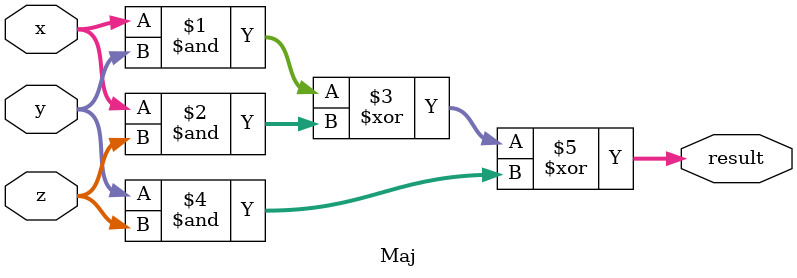
<source format=v>
module Maj 
  (
  input [31:0] x,
  input [31:0] y,
  input [31:0] z,
  output [31:0] result
  );

    assign result = (x & y) ^ (x & z) ^ (y & z);

endmodule
</source>
